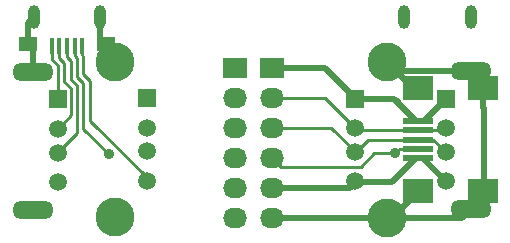
<source format=gbl>
G04 #@! TF.FileFunction,Copper,L2,Bot,Signal*
%FSLAX46Y46*%
G04 Gerber Fmt 4.6, Leading zero omitted, Abs format (unit mm)*
G04 Created by KiCad (PCBNEW (2015-01-08 BZR 5360)-product) date 2015-02-07T22:59:37 CET*
%MOMM*%
G01*
G04 APERTURE LIST*
%ADD10C,0.100000*%
%ADD11R,2.032000X1.727200*%
%ADD12O,2.032000X1.727200*%
%ADD13R,1.500000X1.500000*%
%ADD14C,1.500000*%
%ADD15C,3.300000*%
%ADD16O,3.500000X1.500000*%
%ADD17R,2.500000X0.500000*%
%ADD18R,2.500000X2.000000*%
%ADD19O,1.000000X2.000000*%
%ADD20R,0.400000X1.350000*%
%ADD21R,1.600000X1.200000*%
%ADD22C,0.889000*%
%ADD23C,0.254000*%
%ADD24C,0.508000*%
G04 APERTURE END LIST*
D10*
D11*
X80010000Y-66675000D03*
D12*
X80010000Y-69215000D03*
X80010000Y-71755000D03*
X80010000Y-74295000D03*
X80010000Y-76835000D03*
X80010000Y-79375000D03*
D11*
X83185000Y-66675000D03*
D12*
X83185000Y-69215000D03*
X83185000Y-71755000D03*
X83185000Y-74295000D03*
X83185000Y-76835000D03*
X83185000Y-79375000D03*
D13*
X72600000Y-69250000D03*
D14*
X72600000Y-71750000D03*
X72600000Y-73750000D03*
X72600000Y-76250000D03*
D15*
X69890000Y-79321000D03*
X69890000Y-66179000D03*
D13*
X90200000Y-69300000D03*
D14*
X90200000Y-71800000D03*
X90200000Y-73800000D03*
X90200000Y-76300000D03*
D15*
X92910000Y-79371000D03*
X92910000Y-66229000D03*
D14*
X97900000Y-76300000D03*
X97900000Y-73800000D03*
X97900000Y-71800000D03*
D13*
X97900000Y-69300000D03*
D16*
X100000000Y-66950000D03*
X100000000Y-78650000D03*
D14*
X65000000Y-76350000D03*
X65000000Y-73850000D03*
X65000000Y-71850000D03*
D13*
X65000000Y-69350000D03*
D16*
X62900000Y-67000000D03*
X62900000Y-78700000D03*
D17*
X95550000Y-71150000D03*
X95550000Y-71950000D03*
X95550000Y-72750000D03*
X95550000Y-73550000D03*
X95550000Y-74350000D03*
D18*
X101050000Y-77150000D03*
X95550000Y-77150000D03*
X95550000Y-68350000D03*
X101050000Y-68350000D03*
D19*
X94325000Y-62400000D03*
X99975000Y-62400000D03*
X68625000Y-62400000D03*
D20*
X64500000Y-64800000D03*
X65150000Y-64800000D03*
X65800000Y-64800000D03*
X66450000Y-64800000D03*
X67100000Y-64800000D03*
D19*
X62975000Y-62400000D03*
D21*
X62500000Y-64650000D03*
X69100000Y-64650000D03*
D22*
X69367400Y-74011600D03*
X93599000Y-73914000D03*
D23*
X65049400Y-69292400D02*
X65005000Y-69336800D01*
X65049400Y-66518600D02*
X65049400Y-69292400D01*
X64495000Y-65964200D02*
X65049400Y-66518600D01*
X64495000Y-64816800D02*
X64495000Y-65964200D01*
X65145000Y-64816800D02*
X65145000Y-65877600D01*
X66141600Y-70700200D02*
X65005000Y-71836800D01*
X66141600Y-68423600D02*
X66141600Y-70700200D01*
X65557402Y-67839402D02*
X66141600Y-68423600D01*
X65557402Y-66290002D02*
X65557402Y-67839402D01*
X65145000Y-65877600D02*
X65557402Y-66290002D01*
X65795000Y-64816800D02*
X65795000Y-65765600D01*
X65795000Y-65765600D02*
X66090800Y-66061400D01*
X66649602Y-72192198D02*
X65005000Y-73836800D01*
X66649602Y-68195002D02*
X66649602Y-72192198D01*
X66090800Y-67636200D02*
X66649602Y-68195002D01*
X66090800Y-66061400D02*
X66090800Y-67636200D01*
X67095000Y-65592400D02*
X67157600Y-65655000D01*
X67157600Y-65655000D02*
X67157600Y-67229800D01*
X67157600Y-67229800D02*
X67716400Y-67788600D01*
X67095000Y-64816800D02*
X67095000Y-65592400D01*
X72625000Y-76050000D02*
X72625000Y-76336800D01*
X67716400Y-71141400D02*
X72625000Y-76050000D01*
X67716400Y-67788600D02*
X67716400Y-71141400D01*
X68620000Y-64191800D02*
X69095000Y-64666800D01*
X62970000Y-64191800D02*
X62495000Y-64666800D01*
D24*
X62905000Y-65076800D02*
X62495000Y-64666800D01*
X62905000Y-66986800D02*
X62905000Y-65076800D01*
X62495000Y-62891800D02*
X62970000Y-62416800D01*
X62495000Y-64666800D02*
X62495000Y-62891800D01*
X68620000Y-64191800D02*
X69095000Y-64666800D01*
X68620000Y-62416800D02*
X68620000Y-64191800D01*
X69095000Y-65445800D02*
X69915000Y-66265800D01*
X69095000Y-64666800D02*
X69095000Y-65445800D01*
D23*
X67183000Y-71827200D02*
X69367400Y-74011600D01*
X66445000Y-65653600D02*
X66624200Y-65832800D01*
X66624200Y-65832800D02*
X66624200Y-67433000D01*
X66624200Y-67433000D02*
X67183000Y-67991800D01*
X67183000Y-67991800D02*
X67183000Y-71827200D01*
X66445000Y-64816800D02*
X66445000Y-65653600D01*
D24*
X83185000Y-66675000D02*
X87595700Y-66675000D01*
D23*
X90245000Y-69324300D02*
X93715000Y-69324300D01*
D24*
X90245000Y-69324300D02*
X93454300Y-69324300D01*
X87595700Y-66675000D02*
X90245000Y-69324300D01*
X95284300Y-71154300D02*
X95545000Y-71154300D01*
X96035000Y-71154300D02*
X97865000Y-69324300D01*
X95545000Y-71154300D02*
X96035000Y-71154300D01*
D23*
X93715000Y-69324300D02*
X95545000Y-71154300D01*
D24*
X93454300Y-69324300D02*
X95284300Y-71154300D01*
D23*
X95545000Y-71954300D02*
X97735000Y-71954300D01*
X83185000Y-69215000D02*
X87635700Y-69215000D01*
X97735000Y-71954300D02*
X97865000Y-71824300D01*
X90375000Y-71954300D02*
X90245000Y-71824300D01*
X95545000Y-71954300D02*
X90375000Y-71954300D01*
X87635700Y-69215000D02*
X90245000Y-71824300D01*
X95545000Y-72754300D02*
X91315000Y-72754300D01*
X95545000Y-72754300D02*
X96795000Y-72754300D01*
X96795000Y-72754300D02*
X97865000Y-73824300D01*
X83185000Y-71755000D02*
X88175700Y-71755000D01*
X91315000Y-72754300D02*
X90245000Y-73824300D01*
X88175700Y-71755000D02*
X90245000Y-73824300D01*
D24*
X95895000Y-74354300D02*
X97865000Y-76324300D01*
X95317700Y-74354300D02*
X95545000Y-74354300D01*
X95545000Y-74354300D02*
X95895000Y-74354300D01*
X93347700Y-76324300D02*
X95317700Y-74354300D01*
X83185000Y-76835000D02*
X89734300Y-76835000D01*
X89734300Y-76835000D02*
X90245000Y-76324300D01*
X90245000Y-76324300D02*
X93347700Y-76324300D01*
X101050000Y-68350000D02*
X101050000Y-70050000D01*
X101100000Y-70100000D02*
X101100000Y-77100000D01*
X101050000Y-70050000D02*
X101100000Y-70100000D01*
X101100000Y-77100000D02*
X101050000Y-77150000D01*
X99965000Y-78234300D02*
X101045000Y-77154300D01*
X99965000Y-78674300D02*
X99965000Y-78234300D01*
X99244000Y-79395300D02*
X99965000Y-78674300D01*
X92955000Y-79395300D02*
X99244000Y-79395300D01*
X93304000Y-79395300D02*
X95545000Y-77154300D01*
X92955000Y-79395300D02*
X93304000Y-79395300D01*
X95056000Y-68354300D02*
X92955000Y-66253300D01*
X95545000Y-68354300D02*
X95056000Y-68354300D01*
X99965000Y-67274300D02*
X101045000Y-68354300D01*
X99965000Y-66974300D02*
X99965000Y-67274300D01*
X93676000Y-66974300D02*
X92955000Y-66253300D01*
X99965000Y-66974300D02*
X93676000Y-66974300D01*
X83205300Y-79395300D02*
X83185000Y-79375000D01*
X92955000Y-79395300D02*
X83205300Y-79395300D01*
D23*
X93599000Y-73914000D02*
X91821000Y-73914000D01*
X93958700Y-73554300D02*
X93599000Y-73914000D01*
X95545000Y-73554300D02*
X93958700Y-73554300D01*
X91821000Y-73914000D02*
X90678000Y-75057000D01*
X90678000Y-75057000D02*
X83947000Y-75057000D01*
X83947000Y-75057000D02*
X83185000Y-74295000D01*
M02*

</source>
